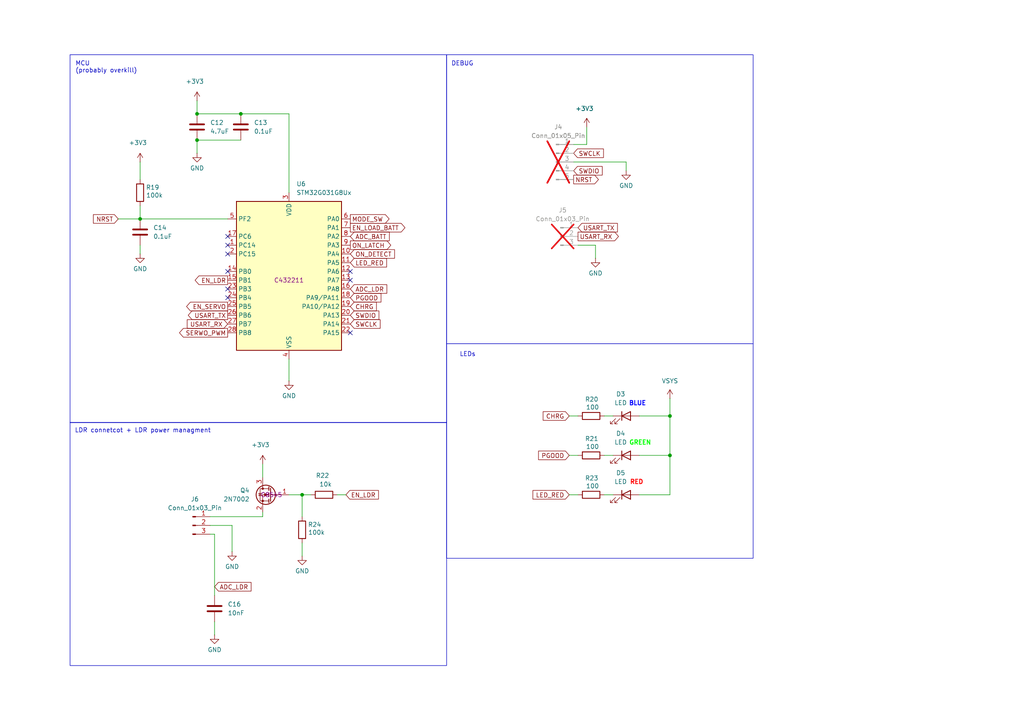
<source format=kicad_sch>
(kicad_sch (version 20250114) (generator "eeschema") (generator_version "9.0")
  (paper "A4")
  (title_block (title "DRP.004") (date "2025-04-05") (rev "v0") (company "SaintCarbonara") (comment 1 "QUACK-QUACK, MAFAKA!") (comment 2 "QUACK-QUACK, MAFAKA!"))
  (lib_symbols
    (symbol "Connector:Conn_01x03_Pin" (pin_names (offset 1.016) (hide yes))
      (property "Reference" "J" (at 0 5.08 0))
      (property "Value" "Conn_01x03_Pin" (at 0 -5.08 0))
      (symbol "Conn_01x03_Pin_1_1"
        (rectangle (start 0.8636 2.667) (end 0 2.413) (stroke (width 0.1524)) (fill (type outline)))
        (rectangle (start 0.8636 0.127) (end 0 -0.127) (stroke (width 0.1524)) (fill (type outline)))
        (rectangle (start 0.8636 -2.413) (end 0 -2.667) (stroke (width 0.1524)) (fill (type outline)))
        (polyline (pts (xy 1.27 2.54) (xy 0.8636 2.54)) (stroke (width 0.1524)))
        (polyline (pts (xy 1.27 0) (xy 0.8636 0)) (stroke (width 0.1524)))
        (polyline (pts (xy 1.27 -2.54) (xy 0.8636 -2.54)) (stroke (width 0.1524)))
        (pin passive line (at 5.08 2.54 180) (length 3.81) (name "Pin_1") (number "1"))
        (pin passive line (at 5.08 0 180) (length 3.81) (name "Pin_2") (number "2"))
        (pin passive line (at 5.08 -2.54 180) (length 3.81) (name "Pin_3") (number "3"))
      )
    )
    (symbol "Connector:Conn_01x05_Pin" (pin_names (offset 1.016) (hide yes))
      (property "Reference" "J" (at 0 7.62 0))
      (property "Value" "Conn_01x05_Pin" (at 0 -7.62 0))
      (symbol "Conn_01x05_Pin_1_1"
        (rectangle (start 0.8636 5.207) (end 0 4.953) (stroke (width 0.1524)) (fill (type outline)))
        (rectangle (start 0.8636 2.667) (end 0 2.413) (stroke (width 0.1524)) (fill (type outline)))
        (rectangle (start 0.8636 0.127) (end 0 -0.127) (stroke (width 0.1524)) (fill (type outline)))
        (rectangle (start 0.8636 -2.413) (end 0 -2.667) (stroke (width 0.1524)) (fill (type outline)))
        (rectangle (start 0.8636 -4.953) (end 0 -5.207) (stroke (width 0.1524)) (fill (type outline)))
        (polyline (pts (xy 1.27 5.08) (xy 0.8636 5.08)) (stroke (width 0.1524)))
        (polyline (pts (xy 1.27 2.54) (xy 0.8636 2.54)) (stroke (width 0.1524)))
        (polyline (pts (xy 1.27 0) (xy 0.8636 0)) (stroke (width 0.1524)))
        (polyline (pts (xy 1.27 -2.54) (xy 0.8636 -2.54)) (stroke (width 0.1524)))
        (polyline (pts (xy 1.27 -5.08) (xy 0.8636 -5.08)) (stroke (width 0.1524)))
        (pin passive line (at 5.08 5.08 180) (length 3.81) (name "Pin_1") (number "1"))
        (pin passive line (at 5.08 2.54 180) (length 3.81) (name "Pin_2") (number "2"))
        (pin passive line (at 5.08 0 180) (length 3.81) (name "Pin_3") (number "3"))
        (pin passive line (at 5.08 -2.54 180) (length 3.81) (name "Pin_4") (number "4"))
        (pin passive line (at 5.08 -5.08 180) (length 3.81) (name "Pin_5") (number "5"))
      )
    )
    (symbol "Device:C" (pin_numbers (hide yes)) (pin_names (offset 0.254))
      (property "Reference" "C" (at 0.635 2.54 0))
      (property "Value" "C" (at 0.635 -2.54 0))
      (symbol "C_0_1"
        (polyline (pts (xy -2.032 0.762) (xy 2.032 0.762)) (stroke (width 0.508)))
        (polyline (pts (xy -2.032 -0.762) (xy 2.032 -0.762)) (stroke (width 0.508)))
      )
      (symbol "C_1_1"
        (pin passive line (at 0 3.81 270) (length 2.794) (name "~") (number "1"))
        (pin passive line (at 0 -3.81 90) (length 2.794) (name "~") (number "2"))
      )
    )
    (symbol "Device:LED" (pin_numbers (hide yes)) (pin_names (offset 1.016) (hide yes))
      (property "Reference" "D" (at 0 2.54 0))
      (property "Value" "LED" (at 0 -2.54 0))
      (symbol "LED_0_1"
        (polyline (pts (xy -3.048 -0.762) (xy -4.572 -2.286) (xy -3.81 -2.286) (xy -4.572 -2.286) (xy -4.572 -1.524)))
        (polyline (pts (xy -1.778 -0.762) (xy -3.302 -2.286) (xy -2.54 -2.286) (xy -3.302 -2.286) (xy -3.302 -1.524)))
        (polyline (pts (xy -1.27 0) (xy 1.27 0)))
        (polyline (pts (xy -1.27 -1.27) (xy -1.27 1.27)) (stroke (width 0.254)))
        (polyline (pts (xy 1.27 -1.27) (xy 1.27 1.27) (xy -1.27 0) (xy 1.27 -1.27)) (stroke (width 0.254)))
      )
      (symbol "LED_1_1"
        (pin passive line (at -3.81 0 0) (length 2.54) (name "K") (number "1"))
        (pin passive line (at 3.81 0 180) (length 2.54) (name "A") (number "2"))
      )
    )
    (symbol "Device:R" (pin_numbers (hide yes)) (pin_names (offset 0))
      (property "Reference" "R" (at 2.032 0 90))
      (property "Value" "R" (at 0 0 90))
      (symbol "R_0_1"
        (rectangle (start -1.016 -2.54) (end 1.016 2.54) (stroke (width 0.254)))
      )
      (symbol "R_1_1"
        (pin passive line (at 0 3.81 270) (length 1.27) (name "~") (number "1"))
        (pin passive line (at 0 -3.81 90) (length 1.27) (name "~") (number "2"))
      )
    )
    (symbol "Transistor_FET:2N7002" (pin_names (hide yes))
      (property "Reference" "Q" (at 5.08 1.905 0))
      (property "Value" "2N7002" (at 5.08 0 0))
      (symbol "2N7002_0_1"
        (polyline (pts (xy 0.254 1.905) (xy 0.254 -1.905)) (stroke (width 0.254)))
        (polyline (pts (xy 0.254 0) (xy -2.54 0)))
        (polyline (pts (xy 0.762 2.286) (xy 0.762 1.27)) (stroke (width 0.254)))
        (polyline (pts (xy 0.762 0.508) (xy 0.762 -0.508)) (stroke (width 0.254)))
        (polyline (pts (xy 0.762 -1.27) (xy 0.762 -2.286)) (stroke (width 0.254)))
        (polyline (pts (xy 0.762 -1.778) (xy 3.302 -1.778) (xy 3.302 1.778) (xy 0.762 1.778)))
        (polyline (pts (xy 1.016 0) (xy 2.032 0.381) (xy 2.032 -0.381) (xy 1.016 0)) (fill (type outline)))
        (circle (center 1.651 0) (radius 2.794) (stroke (width 0.254)))
        (polyline (pts (xy 2.54 2.54) (xy 2.54 1.778)))
        (circle (center 2.54 1.778) (radius 0.254) (fill (type outline)))
        (circle (center 2.54 -1.778) (radius 0.254) (fill (type outline)))
        (polyline (pts (xy 2.54 -2.54) (xy 2.54 0) (xy 0.762 0)))
        (polyline (pts (xy 2.794 0.508) (xy 2.921 0.381) (xy 3.683 0.381) (xy 3.81 0.254)))
        (polyline (pts (xy 3.302 0.381) (xy 2.921 -0.254) (xy 3.683 -0.254) (xy 3.302 0.381)))
      )
      (symbol "2N7002_1_1"
        (pin input line (at -5.08 0 0) (length 2.54) (name "G") (number "1"))
        (pin passive line (at 2.54 5.08 270) (length 2.54) (name "D") (number "3"))
        (pin passive line (at 2.54 -5.08 90) (length 2.54) (name "S") (number "2"))
      )
    )
    (symbol "power:+5V" (power) (pin_numbers (hide yes)) (pin_names (offset 0) (hide yes))
      (property "Value" "+5V" (at 0 3.556 0))
      (symbol "+5V_0_1"
        (polyline (pts (xy -0.762 1.27) (xy 0 2.54)))
        (polyline (pts (xy 0 2.54) (xy 0.762 1.27)))
        (polyline (pts (xy 0 0) (xy 0 2.54)))
      )
      (symbol "+5V_1_1"
        (pin power_in line (at 0 0 90) (length 0) (name "~") (number "1"))
      )
    )
    (symbol "power:GND" (power) (pin_numbers (hide yes)) (pin_names (offset 0) (hide yes))
      (property "Value" "GND" (at 0 -3.81 0))
      (symbol "GND_0_1"
        (polyline (pts (xy 0 0) (xy 0 -1.27) (xy 1.27 -1.27) (xy 0 -2.54) (xy -1.27 -1.27) (xy 0 -1.27)))
      )
      (symbol "GND_1_1"
        (pin power_in line (at 0 0 270) (length 0) (name "~") (number "1"))
      )
    )
    (symbol "stm32g031g8ux:STM32G031G8Ux"
      (property "Reference" "U3" (at 2.1433 27.94 0))
      (property "Value" "STM32G031G8Ux" (at 2.1433 25.4 0))
      (symbol "STM32G031G8Ux_0_1"
        (rectangle (start -15.24 22.86) (end 15.24 -20.32) (stroke (width 0.254)) (fill (type background)))
      )
      (symbol "STM32G031G8Ux_1_1"
        (pin bidirectional line (at -17.78 17.78 0) (length 2.54) (name "PF2") (number "5"))
        (pin bidirectional line (at -17.78 12.7 0) (length 2.54) (name "PC6") (number "17"))
        (pin bidirectional line (at -17.78 10.16 0) (length 2.54) (name "PC14") (number "1"))
        (pin bidirectional line (at -17.78 7.62 0) (length 2.54) (name "PC15") (number "2"))
        (pin bidirectional line (at -17.78 2.54 0) (length 2.54) (name "PB0") (number "14"))
        (pin bidirectional line (at -17.78 0 0) (length 2.54) (name "PB1") (number "15"))
        (pin bidirectional line (at -17.78 -2.54 0) (length 2.54) (name "PB3") (number "23"))
        (pin bidirectional line (at -17.78 -5.08 0) (length 2.54) (name "PB4") (number "24"))
        (pin bidirectional line (at -17.78 -7.62 0) (length 2.54) (name "PB5") (number "25"))
        (pin bidirectional line (at -17.78 -10.16 0) (length 2.54) (name "PB6") (number "26"))
        (pin bidirectional line (at -17.78 -12.7 0) (length 2.54) (name "PB7") (number "27"))
        (pin bidirectional line (at -17.78 -15.24 0) (length 2.54) (name "PB8") (number "28"))
        (pin power_in line (at 0 25.4 270) (length 2.54) (name "VDD") (number "3"))
        (pin power_in line (at 0 -22.86 90) (length 2.54) (name "VSS") (number "4"))
        (pin bidirectional line (at 17.78 17.78 180) (length 2.54) (name "PA0") (number "6"))
        (pin bidirectional line (at 17.78 15.24 180) (length 2.54) (name "PA1") (number "7"))
        (pin bidirectional line (at 17.78 12.7 180) (length 2.54) (name "PA2") (number "8"))
        (pin bidirectional line (at 17.78 10.16 180) (length 2.54) (name "PA3") (number "9"))
        (pin bidirectional line (at 17.78 7.62 180) (length 2.54) (name "PA4") (number "10"))
        (pin bidirectional line (at 17.78 5.08 180) (length 2.54) (name "PA5") (number "11"))
        (pin bidirectional line (at 17.78 2.54 180) (length 2.54) (name "PA6") (number "12"))
        (pin bidirectional line (at 17.78 0 180) (length 2.54) (name "PA7") (number "13"))
        (pin bidirectional line (at 17.78 -2.54 180) (length 2.54) (name "PA8") (number "16"))
        (pin bidirectional line (at 17.78 -5.08 180) (length 2.54) (name "PA9/PA11") (number "18"))
        (pin bidirectional line (at 17.78 -7.62 180) (length 2.54) (name "PA10/PA12") (number "19"))
        (pin bidirectional line (at 17.78 -10.16 180) (length 2.54) (name "PA13") (number "20"))
        (pin bidirectional line (at 17.78 -12.7 180) (length 2.54) (name "PA14") (number "21"))
        (pin bidirectional line (at 17.78 -15.24 180) (length 2.54) (name "PA15") (number "22"))
      )
    )
  )
  (rectangle (start 129.54 15.875) (end 218.44 99.695))
  (rectangle (start 129.54 99.695) (end 218.44 161.925))
  (rectangle (start 20.32 122.555) (end 129.54 193.04))
  (rectangle (start 20.32 15.875) (end 129.54 122.555))
  (text "MCU\n(probably overkill)" (at 21.844 19.558 0) (effects (font (size 1.27 1.27)) (justify left)))
  (text "DEBUG" (at 134.112 18.542 0) (effects (font (size 1.27 1.27))))
  (text "LEDs\n" (at 135.636 102.87 0) (effects (font (size 1.27 1.27))))
  (text "LDR connetcot + LDR power managment " (at 41.91 124.968 0) (effects (font (size 1.27 1.27))))
  (junction (at 69.85 33.02))
  (junction (at 40.64 63.5))
  (junction (at 194.31 132.08))
  (junction (at 57.15 40.64))
  (junction (at 87.63 143.51))
  (junction (at 194.31 120.65))
  (junction (at 57.15 33.02))
  (no_connect (at 101.6 81.28))
  (no_connect (at 101.6 78.74))
  (no_connect (at 66.04 86.36))
  (no_connect (at 66.04 83.82))
  (no_connect (at 101.6 96.52))
  (no_connect (at 66.04 68.58))
  (no_connect (at 66.04 71.12))
  (no_connect (at 66.04 73.66))
  (no_connect (at 66.04 78.74))
  (wire (pts (xy 87.63 143.51) (xy 90.17 143.51)))
  (wire (pts (xy 181.61 46.99) (xy 166.37 46.99)))
  (wire (pts (xy 87.63 157.48) (xy 87.63 161.29)))
  (wire (pts (xy 172.72 71.12) (xy 167.64 71.12)))
  (wire (pts (xy 34.29 63.5) (xy 40.64 63.5)))
  (wire (pts (xy 40.64 46.99) (xy 40.64 52.07)))
  (wire (pts (xy 175.26 120.65) (xy 177.8 120.65)))
  (wire (pts (xy 97.79 143.51) (xy 100.33 143.51)))
  (wire (pts (xy 170.18 41.91) (xy 170.18 36.83)))
  (wire (pts (xy 194.31 132.08) (xy 194.31 120.65)))
  (wire (pts (xy 83.82 33.02) (xy 69.85 33.02)))
  (wire (pts (xy 172.72 74.93) (xy 172.72 71.12)))
  (wire (pts (xy 67.31 160.02) (xy 67.31 152.4)))
  (wire (pts (xy 165.1 132.08) (xy 167.64 132.08)))
  (wire (pts (xy 62.23 180.34) (xy 62.23 184.15)))
  (wire (pts (xy 83.82 143.51) (xy 87.63 143.51)))
  (wire (pts (xy 76.2 148.59) (xy 76.2 149.86)))
  (wire (pts (xy 57.15 33.02) (xy 69.85 33.02)))
  (wire (pts (xy 194.31 120.65) (xy 194.31 115.57)))
  (wire (pts (xy 83.82 104.14) (xy 83.82 110.49)))
  (wire (pts (xy 194.31 143.51) (xy 194.31 132.08)))
  (wire (pts (xy 175.26 143.51) (xy 177.8 143.51)))
  (wire (pts (xy 62.23 154.94) (xy 62.23 172.72)))
  (wire (pts (xy 166.37 41.91) (xy 170.18 41.91)))
  (wire (pts (xy 76.2 134.62) (xy 76.2 138.43)))
  (wire (pts (xy 175.26 132.08) (xy 177.8 132.08)))
  (wire (pts (xy 87.63 149.86) (xy 87.63 143.51)))
  (wire (pts (xy 57.15 29.21) (xy 57.15 33.02)))
  (wire (pts (xy 40.64 63.5) (xy 66.04 63.5)))
  (wire (pts (xy 40.64 71.12) (xy 40.64 73.66)))
  (wire (pts (xy 67.31 152.4) (xy 60.96 152.4)))
  (wire (pts (xy 181.61 49.53) (xy 181.61 46.99)))
  (wire (pts (xy 185.42 132.08) (xy 194.31 132.08)))
  (wire (pts (xy 60.96 149.86) (xy 76.2 149.86)))
  (wire (pts (xy 40.64 59.69) (xy 40.64 63.5)))
  (wire (pts (xy 57.15 44.45) (xy 57.15 40.64)))
  (wire (pts (xy 185.42 120.65) (xy 194.31 120.65)))
  (wire (pts (xy 185.42 143.51) (xy 194.31 143.51)))
  (wire (pts (xy 165.1 120.65) (xy 167.64 120.65)))
  (wire (pts (xy 57.15 40.64) (xy 69.85 40.64)))
  (wire (pts (xy 60.96 154.94) (xy 62.23 154.94)))
  (wire (pts (xy 83.82 33.02) (xy 83.82 55.88)))
  (wire (pts (xy 165.1 143.51) (xy 167.64 143.51)))
  (global_label "USART_RX" (shape input) (at 66.04 93.98 180) (property "Intersheetrefs" "${INTERSHEET_REFS}" (effects (hide yes))) (property "Netclass" "DATA" (effects (hide yes))))
  (global_label "USART_TX" (shape output) (at 66.04 91.44 180) (property "Intersheetrefs" "${INTERSHEET_REFS}" (effects (hide yes))) (property "Netclass" "DATA" (effects (hide yes))))
  (global_label "ADC_BATT" (shape input) (at 101.6 68.58 0) (property "Intersheetrefs" "${INTERSHEET_REFS}" (effects (hide yes))) (property "Netclass" "ANALOG" (effects (hide yes))))
  (global_label "SWCLK" (shape input) (at 166.37 44.45 0) (property "Intersheetrefs" "${INTERSHEET_REFS}" (effects (hide yes))) (property "Netclass" "DEBUG" (effects (hide yes))))
  (global_label "SWDIO" (shape input) (at 166.37 49.53 0) (property "Intersheetrefs" "${INTERSHEET_REFS}" (effects (hide yes))) (property "Netclass" "DEBUG" (effects (hide yes))))
  (global_label "EN_LDR" (shape output) (at 66.04 81.28 180) (property "Intersheetrefs" "${INTERSHEET_REFS}" (effects (hide yes))))
  (global_label "ADC_LDR" (shape input) (at 101.6 83.82 0) (property "Intersheetrefs" "${INTERSHEET_REFS}" (effects (hide yes))) (property "Netclass" "ANALOG" (effects (hide yes))))
  (global_label "NRST" (shape input) (at 34.29 63.5 180) (property "Intersheetrefs" "${INTERSHEET_REFS}" (effects (hide yes))) (property "Netclass" "DEBUG" (effects (hide yes))))
  (global_label "USART_TX" (shape input) (at 167.64 66.04 0) (property "Intersheetrefs" "${INTERSHEET_REFS}" (effects (hide yes))) (property "Netclass" "DATA" (effects (hide yes))))
  (global_label "PGOOD" (shape input) (at 165.1 132.08 180) (property "Intersheetrefs" "${INTERSHEET_REFS}" (effects (hide yes))))
  (global_label "LED_RED" (shape input) (at 165.1 143.51 180) (property "Intersheetrefs" "${INTERSHEET_REFS}" (effects (hide yes))))
  (global_label "SERWO_PWM" (shape output) (at 66.04 96.52 180) (property "Intersheetrefs" "${INTERSHEET_REFS}" (effects (hide yes))) (property "Netclass" "PWM" (effects (hide yes))))
  (global_label "ON_LATCH" (shape output) (at 101.6 71.12 0) (property "Intersheetrefs" "${INTERSHEET_REFS}" (effects (hide yes))))
  (global_label "EN_LDR" (shape input) (at 100.33 143.51 0) (property "Intersheetrefs" "${INTERSHEET_REFS}" (effects (hide yes))))
  (global_label "SWCLK" (shape input) (at 101.6 93.98 0) (property "Intersheetrefs" "${INTERSHEET_REFS}" (effects (hide yes))) (property "Netclass" "DEBUG" (effects (hide yes))))
  (global_label "ADC_LDR" (shape input) (at 62.23 170.18 0) (property "Intersheetrefs" "${INTERSHEET_REFS}" (effects (hide yes))) (property "Netclass" "ANALOG" (effects (hide yes))))
  (global_label "MODE_SW" (shape output) (at 101.6 63.5 0) (property "Intersheetrefs" "${INTERSHEET_REFS}" (effects (hide yes))))
  (global_label "SWDIO" (shape input) (at 101.6 91.44 0) (property "Intersheetrefs" "${INTERSHEET_REFS}" (effects (hide yes))) (property "Netclass" "DEBUG" (effects (hide yes))))
  (global_label "CHRG" (shape input) (at 101.6 88.9 0) (property "Intersheetrefs" "${INTERSHEET_REFS}" (effects (hide yes))))
  (global_label "NRST" (shape output) (at 166.37 52.07 0) (property "Intersheetrefs" "${INTERSHEET_REFS}" (effects (hide yes))) (property "Netclass" "DEBUG" (effects (hide yes))))
  (global_label "EN_SERVO" (shape output) (at 66.04 88.9 180) (property "Intersheetrefs" "${INTERSHEET_REFS}" (effects (hide yes))))
  (global_label "PGOOD" (shape input) (at 101.6 86.36 0) (property "Intersheetrefs" "${INTERSHEET_REFS}" (effects (hide yes))))
  (global_label "EN_LOAD_BATT" (shape output) (at 101.6 66.04 0) (property "Intersheetrefs" "${INTERSHEET_REFS}" (effects (hide yes))))
  (global_label "ON_DETECT" (shape input) (at 101.6 73.66 0) (property "Intersheetrefs" "${INTERSHEET_REFS}" (effects (hide yes))))
  (global_label "USART_RX" (shape output) (at 167.64 68.58 0) (property "Intersheetrefs" "${INTERSHEET_REFS}" (effects (hide yes))) (property "Netclass" "DATA" (effects (hide yes))))
  (global_label "CHRG" (shape input) (at 165.1 120.65 180) (property "Intersheetrefs" "${INTERSHEET_REFS}" (effects (hide yes))))
  (global_label "LED_RED" (shape input) (at 101.6 76.2 0) (property "Intersheetrefs" "${INTERSHEET_REFS}" (effects (hide yes))))
  (symbol (lib_id "Connector:Conn_01x05_Pin") (at 161.29 46.99 0) (unit 1) (dnp yes)
    (property "Reference" "J4" (at 161.925 36.83 0))
    (property "Value" "Conn_01x05_Pin" (at 161.925 39.37 0))
    (property "Footprint" "conn:PinHeader_1x05_P1.27mm_Vertical" (effects (hide yes)))
    (property "Description" "Generic connector, single row, 01x05, script generated" (effects (hide yes)))
  )
  (symbol (lib_id "power:GND") (at 83.82 110.49 0) (mirror y) (unit 1)
    (property "Reference" "#PWR049" (effects (hide yes)))
    (property "Value" "GND" (at 81.788 114.808 0) (effects (justify right)))
    (property "Description" "Power symbol creates a global label with name \"GND\" , ground" (effects (hide yes)))
  )
  (symbol (lib_id "Device:C") (at 62.23 176.53 0) (mirror y) (unit 1)
    (property "Reference" "C16" (at 66.04 175.2599 0) (effects (justify right)))
    (property "Value" "10nF" (at 66.04 177.7999 0) (effects (justify right)))
    (property "Footprint" "Capacitor_SMD:C_0603_1608Metric" (effects (hide yes)))
    (property "Description" "Unpolarized capacitor" (effects (hide yes)))
  )
  (symbol (lib_id "Device:R") (at 171.45 143.51 90) (mirror x) (unit 1)
    (property "Reference" "R23" (at 169.672 138.684 90) (effects (justify right)))
    (property "Value" "100" (at 169.926 140.97 90) (effects (justify right)))
    (property "Footprint" "Resistor_SMD:R_0603_1608Metric" (effects (hide yes)))
    (property "Description" "Resistor" (effects (hide yes)))
  )
  (symbol (lib_id "power:+5V") (at 194.31 115.57 0) (unit 1)
    (property "Reference" "#PWR050" (effects (hide yes)))
    (property "Value" "VSYS" (at 194.31 110.49 0))
    (property "Description" "Power symbol creates a global label with name \"+5V\"" (effects (hide yes)))
  )
  (symbol (lib_id "Device:R") (at 40.64 55.88 0) (mirror x) (unit 1)
    (property "Reference" "R19" (at 46.228 54.356 0) (effects (justify right)))
    (property "Value" "100k" (at 47.244 56.642 0) (effects (justify right)))
    (property "Footprint" "Resistor_SMD:R_0603_1608Metric" (effects (hide yes)))
    (property "Description" "Resistor" (effects (hide yes)))
  )
  (symbol (lib_id "power:GND") (at 57.15 44.45 0) (mirror y) (unit 1)
    (property "Reference" "#PWR044" (effects (hide yes)))
    (property "Value" "GND" (at 55.118 48.768 0) (effects (justify right)))
    (property "Description" "Power symbol creates a global label with name \"GND\" , ground" (effects (hide yes)))
  )
  (symbol (lib_id "Device:LED") (at 181.61 143.51 0) (unit 1)
    (property "Reference" "D5" (at 180.0225 137.16 0))
    (property "Value" "LED" (at 180.0225 139.7 0))
    (property "Footprint" "LED_SMD:LED_0805_2012Metric" (effects (hide yes)))
    (property "Description" "Light emitting diode" (effects (hide yes)))
    (property "Sim.Pins" "1=K 2=A" (effects (hide yes)))
    (property "Color" "RED" (at 184.658 139.7 0) (effects (font (thickness 0.254) (bold yes))))
  )
  (symbol (lib_id "Connector:Conn_01x03_Pin") (at 162.56 68.58 0) (unit 1) (dnp yes)
    (property "Reference" "J5" (at 163.195 60.96 0))
    (property "Value" "Conn_01x03_Pin" (at 163.195 63.5 0))
    (property "Footprint" "conn:PinHeader_1x03_P1.27mm_Vertical" (effects (hide yes)))
    (property "Description" "Generic connector, single row, 01x03, script generated" (effects (hide yes)))
  )
  (symbol (lib_id "Connector:Conn_01x03_Pin") (at 55.88 152.4 0) (unit 1)
    (property "Reference" "J6" (at 56.515 144.78 0))
    (property "Value" "Conn_01x03_Pin" (at 56.515 147.32 0))
    (property "Footprint" "conn:PinHeader_1x03_P1.27mm_Vertical" (effects (hide yes)))
    (property "Description" "Generic connector, single row, 01x03, script generated" (effects (hide yes)))
  )
  (symbol (lib_id "power:GND") (at 67.31 160.02 0) (mirror y) (unit 1)
    (property "Reference" "#PWR052" (effects (hide yes)))
    (property "Value" "GND" (at 65.278 164.338 0) (effects (justify right)))
    (property "Description" "Power symbol creates a global label with name \"GND\" , ground" (effects (hide yes)))
  )
  (symbol (lib_id "power:GND") (at 172.72 74.93 0) (mirror y) (unit 1)
    (property "Reference" "#PWR048" (effects (hide yes)))
    (property "Value" "GND" (at 170.688 79.248 0) (effects (justify right)))
    (property "Description" "Power symbol creates a global label with name \"GND\" , ground" (effects (hide yes)))
  )
  (symbol (lib_id "power:+5V") (at 57.15 29.21 0) (unit 1)
    (property "Reference" "#PWR042" (effects (hide yes)))
    (property "Value" "+3V3" (at 53.848 23.622 0) (effects (justify left)))
    (property "Description" "Power symbol creates a global label with name \"+5V\"" (effects (hide yes)))
  )
  (symbol (lib_id "Device:C") (at 57.15 36.83 0) (mirror y) (unit 1)
    (property "Reference" "C12" (at 60.96 35.5599 0) (effects (justify right)))
    (property "Value" "4.7uF" (at 60.96 38.0999 0) (effects (justify right)))
    (property "Footprint" "Capacitor_SMD:C_0603_1608Metric" (effects (hide yes)))
    (property "Description" "Unpolarized capacitor" (effects (hide yes)))
  )
  (symbol (lib_id "Device:R") (at 93.98 143.51 270) (mirror x) (unit 1)
    (property "Reference" "R22" (at 95.504 137.922 90) (effects (justify right)))
    (property "Value" "10k" (at 96.266 140.462 90) (effects (justify right)))
    (property "Footprint" "Resistor_SMD:R_0603_1608Metric" (effects (hide yes)))
    (property "Description" "Resistor" (effects (hide yes)))
  )
  (symbol (lib_id "Device:R") (at 171.45 120.65 90) (mirror x) (unit 1)
    (property "Reference" "R20" (at 169.672 115.824 90) (effects (justify right)))
    (property "Value" "100" (at 169.926 118.11 90) (effects (justify right)))
    (property "Footprint" "Resistor_SMD:R_0603_1608Metric" (effects (hide yes)))
    (property "Description" "Resistor" (effects (hide yes)))
  )
  (symbol (lib_id "Device:C") (at 40.64 67.31 0) (mirror y) (unit 1)
    (property "Reference" "C14" (at 44.45 66.0399 0) (effects (justify right)))
    (property "Value" "0.1uF" (at 44.45 68.5799 0) (effects (justify right)))
    (property "Footprint" "Capacitor_SMD:C_0603_1608Metric" (effects (hide yes)))
    (property "Description" "Unpolarized capacitor" (effects (hide yes)))
  )
  (symbol (lib_id "stm32g031g8ux:STM32G031G8Ux") (at 83.82 81.28 0) (unit 1)
    (property "Reference" "U6" (at 85.9633 53.34 0) (effects (justify left)))
    (property "Value" "STM32G031G8Ux" (at 85.9633 55.88 0) (effects (justify left)))
    (property "Footprint" "STM32G031G8Ux:QFN-28_4x4mm_P0.5mm" (effects (hide yes)))
    (property "Datasheet" "https://www.st.com/resource/en/datasheet/stm32g031g8.pdf" (effects (hide yes)))
    (property "Description" "STMicroelectronics Arm Cortex-M0+ MCU, 64KB flash, 8KB RAM, 64 MHz, 1.7-3.6V, 26 GPIO, UFQFPN28" (effects (hide yes)))
    (property "LCSC" "C432211" (at 83.82 81.28 0))
  )
  (symbol (lib_id "power:GND") (at 62.23 184.15 0) (mirror y) (unit 1)
    (property "Reference" "#PWR055" (effects (hide yes)))
    (property "Value" "GND" (at 60.198 188.468 0) (effects (justify right)))
    (property "Description" "Power symbol creates a global label with name \"GND\" , ground" (effects (hide yes)))
  )
  (symbol (lib_id "Device:C") (at 69.85 36.83 0) (mirror y) (unit 1)
    (property "Reference" "C13" (at 73.66 35.5599 0) (effects (justify right)))
    (property "Value" "0.1uF" (at 73.66 38.0999 0) (effects (justify right)))
    (property "Footprint" "Capacitor_SMD:C_0603_1608Metric" (effects (hide yes)))
    (property "Description" "Unpolarized capacitor" (effects (hide yes)))
  )
  (symbol (lib_id "Device:R") (at 171.45 132.08 90) (mirror x) (unit 1)
    (property "Reference" "R21" (at 169.672 127.254 90) (effects (justify right)))
    (property "Value" "100" (at 169.926 129.54 90) (effects (justify right)))
    (property "Footprint" "Resistor_SMD:R_0603_1608Metric" (effects (hide yes)))
    (property "Description" "Resistor" (effects (hide yes)))
  )
  (symbol (lib_id "power:+5V") (at 76.2 134.62 0) (unit 1)
    (property "Reference" "#PWR051" (effects (hide yes)))
    (property "Value" "+3V3" (at 72.898 129.032 0) (effects (justify left)))
    (property "Description" "Power symbol creates a global label with name \"+5V\"" (effects (hide yes)))
  )
  (symbol (lib_id "Device:R") (at 87.63 153.67 0) (mirror x) (unit 1)
    (property "Reference" "R24" (at 93.218 152.146 0) (effects (justify right)))
    (property "Value" "100k" (at 94.234 154.432 0) (effects (justify right)))
    (property "Footprint" "Resistor_SMD:R_0603_1608Metric" (effects (hide yes)))
    (property "Description" "Resistor" (effects (hide yes)))
  )
  (symbol (lib_id "Device:LED") (at 181.61 120.65 0) (unit 1)
    (property "Reference" "D3" (at 180.0225 114.3 0))
    (property "Value" "LED" (at 180.0225 116.84 0))
    (property "Footprint" "LED_SMD:LED_0805_2012Metric" (effects (hide yes)))
    (property "Description" "Light emitting diode" (effects (hide yes)))
    (property "Sim.Pins" "1=K 2=A" (effects (hide yes)))
    (property "Color" "BLUE" (at 184.912 116.84 0) (effects (font (thickness 0.254) (bold yes))))
  )
  (symbol (lib_id "power:GND") (at 181.61 49.53 0) (mirror y) (unit 1)
    (property "Reference" "#PWR046" (effects (hide yes)))
    (property "Value" "GND" (at 179.578 53.848 0) (effects (justify right)))
    (property "Description" "Power symbol creates a global label with name \"GND\" , ground" (effects (hide yes)))
  )
  (symbol (lib_id "power:GND") (at 87.63 161.29 0) (mirror y) (unit 1)
    (property "Reference" "#PWR054" (effects (hide yes)))
    (property "Value" "GND" (at 85.598 165.608 0) (effects (justify right)))
    (property "Description" "Power symbol creates a global label with name \"GND\" , ground" (effects (hide yes)))
  )
  (symbol (lib_id "power:GND") (at 40.64 73.66 0) (mirror y) (unit 1)
    (property "Reference" "#PWR047" (effects (hide yes)))
    (property "Value" "GND" (at 38.608 77.978 0) (effects (justify right)))
    (property "Description" "Power symbol creates a global label with name \"GND\" , ground" (effects (hide yes)))
  )
  (symbol (lib_id "Transistor_FET:2N7002") (at 78.74 143.51 0) (mirror y) (unit 1)
    (property "Reference" "Q4" (at 72.39 142.2399 0) (effects (justify left)))
    (property "Value" "2N7002" (at 72.39 144.7799 0) (effects (justify left)))
    (property "Footprint" "Package_TO_SOT_SMD:SOT-23" (effects (hide yes)))
    (property "Datasheet" "https://www.onsemi.com/pub/Collateral/NDS7002A-D.PDF" (effects (hide yes)))
    (property "Description" "0.115A Id, 60V Vds, N-Channel MOSFET, SOT-23" (effects (hide yes)))
    (property "LCSC" "C8545" (at 78.74 143.51 0))
  )
  (symbol (lib_id "Device:LED") (at 181.61 132.08 0) (unit 1)
    (property "Reference" "D4" (at 180.0225 125.73 0))
    (property "Value" "LED" (at 180.0225 128.27 0))
    (property "Footprint" "LED_SMD:LED_0805_2012Metric" (effects (hide yes)))
    (property "Description" "Light emitting diode" (effects (hide yes)))
    (property "Sim.Pins" "1=K 2=A" (effects (hide yes)))
    (property "Color" "GREEN" (at 185.674 128.27 0) (effects (font (thickness 0.254) (bold yes))))
  )
  (symbol (lib_id "power:+5V") (at 40.64 46.99 0) (unit 1)
    (property "Reference" "#PWR045" (effects (hide yes)))
    (property "Value" "+3V3" (at 37.338 41.402 0) (effects (justify left)))
    (property "Description" "Power symbol creates a global label with name \"+5V\"" (effects (hide yes)))
  )
  (symbol (lib_id "power:+5V") (at 170.18 36.83 0) (unit 1)
    (property "Reference" "#PWR043" (effects (hide yes)))
    (property "Value" "+3V3" (at 166.878 31.496 0) (effects (justify left)))
    (property "Description" "Power symbol creates a global label with name \"+5V\"" (effects (hide yes)))
  )
)
</source>
